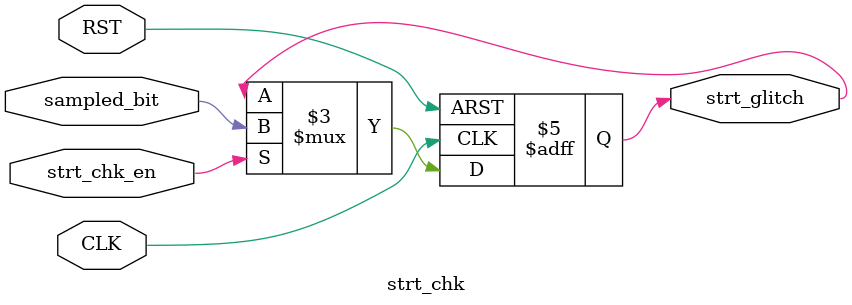
<source format=v>
module strt_chk (strt_chk_en,strt_glitch,CLK,RST,sampled_bit);
 input sampled_bit,CLK,RST,strt_chk_en;
 output reg strt_glitch; 
 always @(posedge CLK or negedge RST ) begin
   if (!RST) begin
    strt_glitch<=1;
   end else begin
    if (strt_chk_en) begin
    strt_glitch <= sampled_bit;
    end 
   end 
 end  
endmodule
</source>
